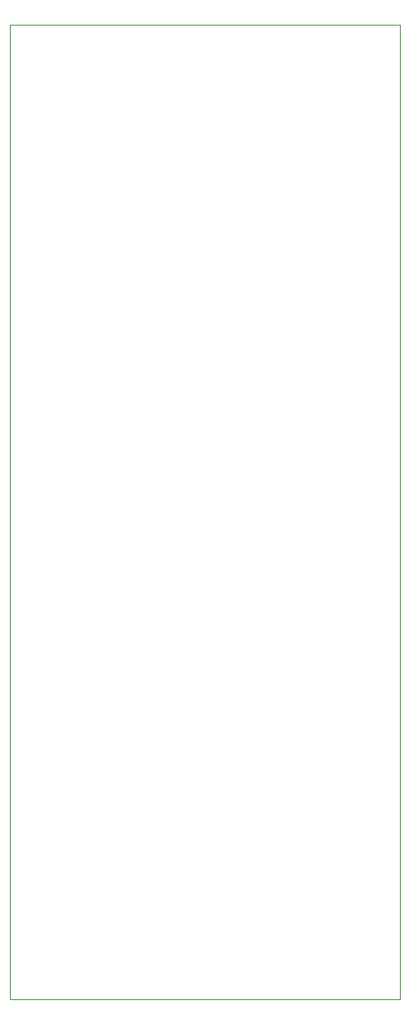
<source format=gbr>
%TF.GenerationSoftware,KiCad,Pcbnew,8.0.5*%
%TF.CreationDate,2026-01-06T21:14:37+02:00*%
%TF.ProjectId,scheme,73636865-6d65-42e6-9b69-6361645f7063,rev?*%
%TF.SameCoordinates,Original*%
%TF.FileFunction,Profile,NP*%
%FSLAX46Y46*%
G04 Gerber Fmt 4.6, Leading zero omitted, Abs format (unit mm)*
G04 Created by KiCad (PCBNEW 8.0.5) date 2026-01-06 21:14:37*
%MOMM*%
%LPD*%
G01*
G04 APERTURE LIST*
%TA.AperFunction,Profile*%
%ADD10C,0.050000*%
%TD*%
G04 APERTURE END LIST*
D10*
X121600000Y-43500000D02*
X161600000Y-43500000D01*
X161600000Y-143500000D01*
X121600000Y-143500000D01*
X121600000Y-43500000D01*
M02*

</source>
